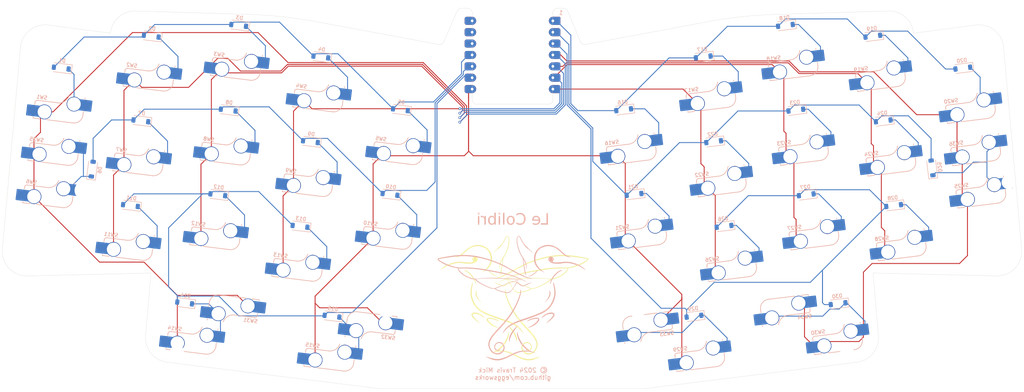
<source format=kicad_pcb>
(kicad_pcb (version 20240108) (generator "pcbnew") (generator_version "8.0")
  (layers (0 "F.Cu" signal) (31 "B.Cu" signal) (34 "B.Paste" user) (35 "F.Paste" user) (36 "B.SilkS" user "B.Silkscreen") (37 "F.SilkS" user "F.Silkscreen") (38 "B.Mask" user) (39 "F.Mask" user) (44 "Edge.Cuts" user))
  (net 0 "")
  (net 1 "Net-(D1-K)")
  (net 2 "R1")
  (net 3 "Net-(D2-K)")
  (net 4 "Net-(D3-K)")
  (net 5 "Net-(D4-K)")
  (net 6 "Net-(D5-K)")
  (net 7 "Net-(D6-K)")
  (net 8 "R2")
  (net 9 "Net-(D7-K)")
  (net 10 "Net-(D8-K)")
  (net 11 "Net-(D9-K)")
  (net 12 "Net-(D10-K)")
  (net 13 "R3")
  (net 14 "Net-(D11-K)")
  (net 15 "Net-(D12-K)")
  (net 16 "Net-(D13-K)")
  (net 17 "Net-(D14-K)")
  (net 18 "Net-(D15-K)")
  (net 19 "R4")
  (net 20 "Net-(D16-K)")
  (net 21 "Net-(D17-K)")
  (net 22 "Net-(D18-K)")
  (net 23 "Net-(D19-K)")
  (net 24 "Net-(D20-K)")
  (net 25 "Net-(D21-K)")
  (net 26 "R5")
  (net 27 "Net-(D22-K)")
  (net 28 "Net-(D23-K)")
  (net 29 "Net-(D24-K)")
  (net 30 "Net-(D25-K)")
  (net 31 "Net-(D26-K)")
  (net 32 "R6")
  (net 33 "Net-(D27-K)")
  (net 34 "Net-(D28-K)")
  (net 35 "Net-(D29-K)")
  (net 36 "Net-(D30-K)")
  (net 37 "C1")
  (net 38 "C2")
  (net 39 "C3")
  (net 40 "C4")
  (net 41 "C5")
  (net 46 "GND")
  (footprint "PCM_marbastlib-mx:STAB_MX_2u" (layer "F.Cu") (at 88.730475 115.416724 173)
    (property "Reference" "REF**" (hide yes))
    (property "Value" "STAB_MX_2u")
  )
  (footprint "PCM_marbastlib-mx:STAB_MX_2u" (layer "F.Cu") (at 191.533652 118.028546 -173)
    (property "Reference" "REF**" (hide yes))
    (property "Value" "STAB_MX_2u")
  )
  (footprint "PCM_marbastlib-mx:STAB_MX_2u" (layer "F.Cu") (at 110.001981 118.028536 173)
    (property "Reference" "REF**" (hide yes))
    (property "Value" "STAB_MX_2u")
  )
  (footprint "PCM_marbastlib-mx:STAB_MX_2u" (layer "F.Cu") (at 212.805154 115.416724 -173)
    (property "Reference" "REF**" (hide yes))
    (property "Value" "STAB_MX_2u")
  )
  (footprint "PCM_marbastlib-mx:STAB_MX_2u" (layer "F.Cu") (at 253.068446 72.08689 -83)
    (property "Reference" "REF**" (hide yes))
    (property "Value" "STAB_MX_2u")
  )
  (footprint "LOGO" (layer "F.Cu") (at 150.987905 108.196071)
    (property "Reference" "G***" (hide yes))
    (property "Value" "LOGO" (hide yes))
  )
  (footprint "PCM_marbastlib-mx:STAB_MX_2u" (layer "F.Cu") (at 48.467192 72.086893 83)
    (property "Reference" "REF**" (hide yes))
    (property "Value" "STAB_MX_2u")
  )
  (footprint "Library:SW_MX_HS_CPG151101S11_1u" (layer "B.Cu") (at 196.344435 79.051727 7)
    (property "Reference" "SW22")
    (property "Value" "CPG151101S11")
  )
  (footprint "Library:D_SOD-123" (layer "B.Cu") (at 193.403724 55.101591 -173)
    (property "Reference" "D17")
    (property "Value" "1N4148")
  )
  (footprint "Library:D_SOD-123" (layer "B.Cu") (at 108.131905 55.101582 173)
    (property "Reference" "D4")
    (property "Value" "1N4148")
  )
  (footprint "Library:D_SOD-123" (layer "B.Cu") (at 70.315903 50.458367 173)
    (property "Reference" "D2")
    (property "Value" "1N4148")
  )
  (footprint "Library:D_SOD-123" (layer "B.Cu") (at 50.247091 57.590757 173)
    (property "Reference" "D1")
    (property "Value" "1N4148")
  )
  (footprint "Library:D_SOD-123" (layer "B.Cu") (at 211.731327 48.052973 -173)
    (property "Reference" "D18")
    (property "Value" "1N4148")
  )
  (footprint "Library:D_SOD-123" (layer "B.Cu") (at 198.04695 92.917597 -173)
    (property "Reference" "D26")
    (property "Value" "1N4148")
  )
  (footprint "LOGO" (layer "B.Cu") (at 150.987905 108.196071 180)
    (property "Reference" "G***" (hide yes))
    (property "Value" "LOGO" (hide yes))
  )
  (footprint "Library:SW_MX_HS_CPG151101S11_1u" (layer "B.Cu") (at 176.275621 71.919339 7)
    (property "Reference" "SW16")
    (property "Value" "CPG151101S11")
  )
  (footprint "Library:SW_MX_HS_CPG151101S11_1u" (layer "B.Cu") (at 49.628 62.632888 -7)
    (property "Reference" "SW1")
    (property "Value" "CPG151101S11")
  )
  (footprint "Library:D_SOD-123" (layer "B.Cu") (at 191.342192 112.986402 -173)
    (property "Reference" "D29")
    (property "Value" "1N4148")
  )
  (footprint "Library:SW_MX_HS_CPG151101S11_1u" (layer "B.Cu") (at 86.863597 72.003115 -7)
    (property "Reference" "SW8")
    (property "Value" "CPG151101S11")
  )
  (footprint "Library:D_SOD-123" (layer "B.Cu") (at 123.557499 85.785212 173)
    (property "Reference" "D10")
    (property "Value" "1N4148")
  )
  (footprint "Library:SW_MX_HS_CPG151101S11_1u" (layer "B.Cu") (at 105.191198 79.051726 -7)
    (property "Reference" "SW9")
    (property "Value" "CPG151101S11")
  )
  (footprint "Library:D_SOD-123" (layer "B.Cu") (at 65.672677 88.274373 173)
    (property "Reference" "D11")
    (property "Value" "1N4148")
  )
  (footprint "Library:D_SOD-123" (layer "B.Cu") (at 89.804308 48.052976 173)
    (property "Reference" "D3")
    (property "Value" "1N4148")
  )
  (footprint "Library:SW_MX_HS_CPG151101S11_1u" (layer "B.Cu") (at 48.467192 72.086886 -7)
    (property "Reference" "SW35")
    (property "Value" "CPG151101S11")
  )
  (footprint "Library:D_SOD-123" (layer "B.Cu") (at 87.482697 66.960981 173)
    (property "Reference" "D8")
    (property "Value" "1N4148")
  )
  (footprint "Library:SW_MX_HS_CPG151101S11_1u" (layer "B.Cu") (at 212.350424 53.095109 7)
    (property "Reference" "SW18")
    (property "Value" "CPG151101S11")
  )
  (footprint "Library:SW_MX_HS_CPG151101S11_1u" (layer "B.Cu") (at 67.375191 74.4085 -7)
    (property "Reference" "SW7")
    (property "Value" "CPG151101S11")
  )
  (footprint "Library:SW_MX_HS_CPG151101S11_1u" (layer "B.Cu") (at 88.730475 115.416724 173)
    (property "Reference" "SW31")
    (property "Value" "CPG151101S11")
  )
  (footprint "Library:SW_MX_HS_CPG151101S11_1u" (layer "B.Cu") (at 216.993648 90.911119 7)
    (property "Reference" "SW27")
    (property "Value" "CPG151101S11")
  )
  (footprint "Library:D_SOD-123" (layer "B.Cu") (at 105.810295 74.009594 173)
    (property "Reference" "D9")
    (property "Value" "1N4148")
  )
  (footprint "Library:D_SOD-123" (layer "B.Cu") (at 251.288541 57.590762 -173)
    (property "Reference" "D20")
    (property "Value" "1N4148")
  )
  (footprint "Library:SW_MX_HS_CPG151101S11_1u" (layer "B.Cu") (at 89.185212 53.095107 -7)
    (property "Reference" "SW3")
    (property "Value" "CPG151101S11")
  )
  (footprint "Library:D_SOD-123" (layer "B.Cu") (at 110.621073 112.986405 173)
    (property "Reference" "D15")
    (property "Value" "1N4148")
  )
  (footprint "Library:SW_MX_HS_CPG151101S11_1u" (layer "B.Cu") (at 122.938399 90.827339 -7)
    (property "Reference" "SW10")
    (property "Value" "CPG151101S11")
  )
  (footprint "Library:D_SOD-123" (layer "B.Cu") (at 177.978136 85.785202 -173)
    (property "Reference" "D21")
    (property "Value" "1N4148")
  )
  (footprint "Library:SW_MX_HS_CPG151101S11_1u" (layer "B.Cu") (at 182.079654 119.189346 -173)
    (property "Reference" "SW33")
    (property "Value" "CPG151101S11")
  )
  (footprint "Library:D_SOD-123" (layer "B.Cu") (at 103.488689 92.917593 173)
    (property "Reference" "D13")
    (property "Value" "1N4148")
  )
  (footprint "Library:D_SOD-123" (layer "B.Cu") (at 233.541341 69.366364 -173)
    (property "Reference" "D24")
    (property "Value" "1N4148")
  )
  (footprint "Library:D_SOD-123" (layer "B.Cu") (at 235.862954 88.274378 -173)
    (property "Reference" "D28")
    (property "Value" "1N4148")
  )
  (footprint "Library:SW_MX_HS_CPG151101S11_1u" (layer "B.Cu") (at 107.512811 60.143723 -7)
    (property "Reference" "SW4")
    (property "Value" "CPG151101S11")
  )
  (footprint "Library:SW_MX_HS_CPG151101S11_1u" (layer "B.Cu") (at 79.276475 114.255917 -7)
    (property "Reference" "SW14")
    (property "Value" "CPG151101S11")
  )
  (footprint "Library:SW_MX_HS_CPG151101S11_1u" (layer "B.Cu") (at 191.533652 118.028546 7)
    (property "Reference" "SW29")
    (property "Value" "CPG151101S11")
  )
  (footprint "Library:SW_MX_HS_CPG151101S11_1u" (layer "B.Cu") (at 234.160443 74.40851 7)
    (property "Reference" "SW24")
    (property "Value" "CPG151101S11")
  )
  (footprint "Library:D_SOD-123" (layer "B.Cu") (at 231.219738 50.45836 -173)
    (property "Reference" "D19")
    (property "Value" "1N4148")
  )
  (footprint "Library:D_SOD-123" (layer "B.Cu") (at 223.489067 110.186893 -173)
    (property "Reference" "D30")
    (property "Value" "1N4148")
  )
  (footprint "Library:D_SOD-123" (layer "B.Cu") (at 214.052941 66.96098 -173)
    (property "Reference" "D23")
    (property "Value" "1N4148")
  )
  (footprint "Library:SW_MX_HS_CPG151101S11_1u" (layer "B.Cu") (at 102.869592 97.959724 -7)
    (property "Reference" "SW13")
    (property "Value" "CPG151101S11")
  )
  (footprint "Library:D_SOD-123" (layer "B.Cu") (at 85.161083 85.868983 173)
    (property "Reference" "D12")
    (property "Value" "1N4148")
  )
  (footprint "Library:SW_MX_HS_CPG151101S11_1u" (layer "B.Cu") (at 212.805156 115.416725 -173)
    (property "Reference" "SW34")
    (property "Value" "CPG151101S11")
  )
  (footprint "Library:D_SOD-123" (layer "B.Cu") (at 125.879103 66.877199 173)
    (property "Reference" "D5")
    (property "Value" "1N4148")
  )
  (footprint "Library:SW_MX_HS_CPG151101S11_1u" (layer "B.Cu") (at 236.482054 93.316504 7)
    (property "Reference" "SW28")
    (property "Value" "CPG151101S11")
  )
  (footprint "Library:SW_MX_HS_CPG151101S11_1u" (layer "B.Cu") (at 254.22925 81.540893 7)
    (property "Reference" "SW25")
    (property "Value" "CPG151101S11")
  )
  (footprint "Library:SW_MX_HS_CPG151101S11_1u" (layer "B.Cu") (at 194.022825 60.143724 7)
    (property "Reference" "SW17")
    (property "Value" "CPG151101S11")
  )
  (footprint "Library:SW_MX_HS_CPG151101S11_1u" (layer "B.Cu") (at 222.259159 114.255927 7)
    (property "Reference" "SW30")
    (property "Value" "CPG151101S11")
  )
  (footprint "Library:D_SOD-123" (layer "B.Cu") (at 244.427495 79.869487 97)
    (property "Reference" "D25")
    (property "Value" "1N4148")
  )
  (footprint "Library:SW_MX_HS_CPG151101S11_1u" (layer "B.Cu") (at 231.838831 55.500501 7)
    (property "Reference" "SW19")
    (property "Value" "CPG151101S11")
  )
  (footprint "Library:D_SOD-123" (layer "B.Cu") (at 175.656524 66.877201 -173)
    (property "Reference" "D16")
    (property "Value" "1N4148")
  )
  (footprint "Library:D_SOD-123" (layer "B.Cu") (at 67.994289 69.366371 173)
    (property "Reference" "D7")
    (property "Value" "1N4148")
  )
  (footprint "Library:SW_MX_HS_CPG151101S11_1u" (layer "B.Cu") (at 214.672039 72.003114 7)
    (property "Reference" "SW23")
    (property "Value" "CPG151101S11")
  )
  (footprint "PCM_marbastlib-xp-promicroish:Xiao_rp2040_ACH" (layer "B.Cu") (at 150.877905 54.651074 180)
    (property "Reference" "U1" (hide yes))
    (property "Value" "Seeeduino Xiao rp2040")
  )
  (footprint "Library:SW_MX_HS_CPG151101S11_1u" (layer "B.Cu") (at 178.597231 90.827334 7)
    (property "Reference" "SW21")
    (property "Value" "CPG151101S11")
  )
  (footprint "Library:SW_MX_HS_CPG151101S11_1u" (layer "B.Cu") (at 198.666047 97.959726 7)
    (property "Reference" "SW26")
    (property "Value" "CPG151101S11")
  )
  (footprint "Library:D_SOD-123" (layer "B.Cu") (at 216.374546 85.868982 -173)
    (property "Reference" "D27")
    (property "Value" "1N4148")
  )
  (footprint "Library:SW_MX_HS_CPG151101S11_1u" (layer "B.Cu") (at 110.001981 118.028536 -7)
    (property "Reference" "SW15")
    (property "Value" "CPG151101S11")
  )
  (footprint "Library:SW_MX_HS_CPG151101S11_1u" (layer "B.Cu") (at 65.053584 93.316508 -7)
    (property "Reference" "SW11")
    (property "Value" "CPG151101S11")
  )
  (footprint "Library:SW_MX_HS_CPG151101S11_1u" (layer "B.Cu") (at 47.306381 81.54089 -7)
    (property "Reference" "SW6")
    (property "Value" "CPG151101S11")
  )
  (footprint "Library:SW_MX_HS_CPG151101S11_1u" (layer "B.Cu") (at 69.696805 55.500504 -7)
    (property "Reference" "SW2")
    (property "Value" "CPG151101S11")
  )
  (footprint "Library:SW_MX_HS_CPG151101S11_1u" (layer "B.Cu") (at 125.26001 71.919338 -7)
    (property "Reference" "SW5")
    (property "Value" "CPG151101S11")
  )
  (footprint "Library:D_SOD-123" (layer "B.Cu") (at 57.158216 80.139137 83)
    (property "Reference" "D6")
    (property "Value" "1N4148")
  )
  (footprint "Library:SW_MX_HS_CPG151101S11_1u" (layer "B.Cu") (at 84.541993 90.91112 -7)
    (property "Reference" "SW12")
    (property "Value" "CPG151101S11")
  )
  (footprint "Library:SW_MX_HS_CPG151101S11_1u" (layer "B.Cu") (at 251.907633 62.632889 7)
    (property "Reference" "SW20")
    (property "Value" "CPG151101S11")
  )
  (footprint "Library:SW_MX_HS_CPG151101S11_1u" (layer "B.Cu") (at 253.068446 72.08689 7)
    (property "Reference" "SW36")
    (property "Value" "CPG151101S11")
  )
  (footprint "Library:SW_MX_HS_CPG151101S11_1u" (layer "B.Cu") (at 119.455987 119.189343 173)
    (property "Reference" "SW32")
    (property "Value" "CPG151101S11")
  )
  (footprint "Library:D_SOD-123" (layer "B.Cu") (at 195.725339 74.009597 -173)
    (property "Reference" "D22")
    (property "Value" "1N4148")
  )
  (footprint "Library:D_SOD-123" (layer "B.Cu") (at 77.76341 110.025056 173)
    (property "Reference" "D14")
    (property "Value" "1N4148")
  )
  (gr_arc (start 264.421849 97.991724) (mid 262.95943 102.242086) (end 258.815007 103.98226) (stroke (width 0.05)) (layer "Edge.Cuts"))
  (gr_arc (start 162.272577 44.239113) (mid 162.829519 44.408016) (end 163.198096 44.858412) (stroke (width 0.05)) (layer "Edge.Cuts"))
  (gr_arc (start 42.720797 103.982258) (mid 38.57635 102.242127) (end 37.113954 97.991722) (stroke (width 0.05)) (layer "Edge.Cuts"))
  (gr_arc (start 159.877904 64.651075) (mid 159.585014 65.358203) (end 158.877898 65.651068) (stroke (width 0.05)) (layer "Edge.Cuts"))
  (gr_line (start 264.421849 97.991724) (end 260.375161 52.939616) (stroke (width 0.05)) (layer "Edge.Cuts"))
  (gr_line (start 258.815007 103.98226) (end 231.272908 103.336612) (stroke (width 0.05)) (layer "Edge.Cuts"))
  (gr_arc (start 167.123938 52.305902) (mid 166.463185 52.201264) (end 166.016232 51.703478) (stroke (width 0.05)) (layer "Edge.Cuts"))
  (gr_arc (start 234.67711 44.832835) (mid 238.323713 46.069756) (end 240.265336 49.395056) (stroke (width 0.05)) (layer "Edge.Cuts"))
  (gr_arc (start 91.972058 45.601751) (mid 99.611439 46.128981) (end 107.18808 47.23922) (stroke (width 0.05)) (layer "Edge.Cuts"))
  (gr_line (start 150.767903 129.116615) (end 180.642906 129.116608) (stroke (width 0.05)) (layer "Edge.Cuts"))
  (gr_line (start 139.466907 44.239109) (end 140.878715 44.240254) (stroke (width 0.05)) (layer "Edge.Cuts"))
  (gr_arc (start 73.849553 123.251933) (mid 70.25373 121.253161) (end 69.050506 117.319069) (stroke (width 0.05)) (layer "Edge.Cuts"))
  (gr_arc (start 135.529018 51.727771) (mid 135.080962 52.210056) (end 134.430201 52.309308) (stroke (width 0.05)) (layer "Edge.Cuts"))
  (gr_line (start 240.265336 49.395056) (end 240.332901 49.78661) (stroke (width 0.05)) (layer "Edge.Cuts"))
  (gr_line (start 138.550271 44.837536) (end 135.529018 51.727771) (stroke (width 0.05)) (layer "Edge.Cuts"))
  (gr_line (start 159.877897 45.240252) (end 159.877904 64.651075) (stroke (width 0.05)) (layer "Edge.Cuts"))
  (gr_line (start 66.858687 44.832834) (end 91.972058 45.601751) (stroke (width 0.05)) (layer "Edge.Cuts"))
  (gr_line (start 47.350672 47.977951) (end 61.202898 49.786614) (stroke (width 0.05)) (layer "Edge.Cuts"))
  (gr_line (start 120.8929 129.116612) (end 73.849553 123.251933) (stroke (width 0.05)) (layer "Edge.Cuts"))
  (gr_line (start 163.198096 44.858412) (end 166.016232 51.703478) (stroke (width 0.05)) (layer "Edge.Cuts"))
  (gr_line (start 160.877085 44.240251) (end 162.272577 44.239113) (stroke (width 0.05)) (layer "Edge.Cuts"))
  (gr_arc (start 61.270459 49.395058) (mid 63.21211 46.069772) (end 66.858686 44.832835) (stroke (width 0.05)) (layer "Edge.Cuts"))
  (gr_line (start 240.332901 49.78661) (end 254.185133 47.977946) (stroke (width 0.05)) (layer "Edge.Cuts"))
  (gr_line (start 41.160643 52.93961) (end 37.113954 97.991722) (stroke (width 0.05)) (layer "Edge.Cuts"))
  (gr_arc (start 194.347724 47.239226) (mid 201.924362 46.128989) (end 209.56374 45.601755) (stroke (width 0.05)) (layer "Edge.Cuts"))
  (gr_line (start 61.202898 49.786614) (end 61.270459 49.395058) (stroke (width 0.05)) (layer "Edge.Cuts"))
  (gr_arc (start 138.550271 44.837536) (mid 138.919432 44.401761) (end 139.466907 44.239109) (stroke (width 0.05)) (layer "Edge.Cuts"))
  (gr_arc (start 41.160643 52.93961) (mid 43.198693 49.14014) (end 47.350672 47.977951) (stroke (width 0.05)) (layer "Edge.Cuts"))
  (gr_arc (start 232.485292 117.319072) (mid 231.282055 121.253173) (end 227.686246 123.25194) (stroke (width 0.05)) (layer "Edge.Cuts"))
  (gr_line (start 167.123938 52.305902) (end 194.34327 47.239219) (stroke (width 0.05)) (layer "Edge.Cuts"))
  (gr_line (start 231.272908 103.336612) (end 232.485292 117.319072) (stroke (width 0.05)) (layer "Edge.Cuts"))
  (gr_arc (start 142.877904 65.651066) (mid 142.170782 65.358184) (end 141.877901 64.651066) (stroke (width 0.05)) (layer "Edge.Cuts"))
  (gr_line (start 141.877901 45.240259) (end 141.877901 64.651066) (stroke (width 0.05)) (layer "Edge.Cuts"))
  (gr_line (start 107.192532 47.239208) (end 134.430201 52.309308) (stroke (width 0.05)) (layer "Edge.Cuts"))
  (gr_line (start 120.8929 129.116612) (end 150.767903 129.116615) (stroke (width 0.05)) (layer "Edge.Cuts"))
  (gr_arc (start 254.185133 47.977946) (mid 258.337128 49.140122) (end 260.375161 52.939616) (stroke (width 0.05)) (layer "Edge.Cuts"))
  (gr_line (start 70.262898 103.336615) (end 42.720797 103.982258) (stroke (width 0.05)) (layer "Edge.Cuts"))
  (gr_line (start 142.877904 65.651066) (end 158.877898 65.651068) (stroke (width 0.05)) (layer "Edge.Cuts"))
  (gr_line (start 227.686246 123.25194) (end 180.642906 129.116608) (stroke (width 0.05)) (layer "Edge.Cuts"))
  (gr_arc (start 159.877897 45.240252) (mid 160.170517 44.533465) (end 160.877085 44.240251) (stroke (width 0.05)) (layer "Edge.Cuts"))
  (gr_arc (start 140.878715 44.240254) (mid 141.585288 44.533447) (end 141.877901 45.240259) (stroke (width 0.05)) (layer "Edge.Cuts"))
  (gr_line (start 209.56374 45.601755) (end 234.677109 44.832835) (stroke (width 0.05)) (layer "Edge.Cuts"))
  (gr_line (start 69.050506 117.319069) (end 70.262898 103.336615) (stroke (width 0.05)) (layer "Edge.Cuts"))
  (gr_text "Le Colibri" (at 150.987905 92.95607 0) (layer "B.SilkS") (effects (font (size 2.5 2.5)) (justify bottom mirror)))
  (gr_text "© 2024 Travis Mick\ngithub.com/eggsworks" (at 150.987902 127.24607 0) (layer "B.SilkS") (effects (font (size 1 1)) (justify bottom mirror)))
  (segment (start 53.100053 65.618276) (end 53.100053 59.007104) (width 0.2) (layer "B.Cu") (net 1))
  (segment (start 56.21416 66.000643) (end 53.48242 66.000643) (width 0.2) (layer "B.Cu") (net 1))
  (segment (start 53.100053 59.007104) (end 51.884789 57.79184) (width 0.2) (layer "B.Cu") (net 1))
  (segment (start 139.507905 56.226067) (end 141.082901 54.651073) (width 0.2) (layer "B.Cu") (net 2))
  (segment (start 68.678197 50.25728) (end 71.083589 47.851893) (width 0.2) (layer "B.Cu") (net 2))
  (segment (start 125.766459 65.151072) (end 133.246527 65.151069) (width 0.2) (layer "B.Cu") (net 2))
  (segment (start 68.284417 50.651065) (end 68.678197 50.25728) (width 0.2) (layer "B.Cu") (net 2))
  (segment (start 88.166604 47.85189) (end 88.690088 47.328412) (width 0.2) (layer "B.Cu") (net 2))
  (segment (start 124.241407 66.676114) (end 125.766459 65.151072) (width 0.2) (layer "B.Cu") (net 2))
  (segment (start 106.49421 54.900503) (end 107.017683 54.377021) (width 0.2) (layer "B.Cu") (net 2))
  (segment (start 88.690088 47.328412) (end 98.922115 47.328416) (width 0.2) (layer "B.Cu") (net 2))
  (segment (start 55.347994 50.651075) (end 68.284417 50.651065) (width 0.2) (layer "B.Cu") (net 2))
  (segment (start 71.083589 47.851893) (end 88.166604 47.85189) (width 0.2) (layer "B.Cu") (net 2))
  (segment (start 48.60939 57.389673) (end 55.347994 50.651075) (width 0.2) (layer "B.Cu") (net 2))
  (segment (start 111.942312 54.377023) (end 124.241407 66.676114) (width 0.2) (layer "B.Cu") (net 2))
  (segment (start 139.507904 58.889694) (end 139.507905 56.226067) (width 0.2) (layer "B.Cu") (net 2))
  (segment (start 98.922115 47.328416) (end 106.49421 54.900503) (width 0.2) (layer "B.Cu") (net 2))
  (segment (start 133.246527 65.151069) (end 139.507904 58.889694) (width 0.2) (layer "B.Cu") (net 2))
  (segment (start 107.017683 54.377021) (end 111.942312 54.377023) (width 0.2) (layer "B.Cu") (net 2))
  (segment (start 76.282978 58.868252) (end 76.282974 54.988819) (width 0.2) (layer "B.Cu") (net 3))
  (segment (start 76.282974 54.988819) (end 71.953602 50.659448) (width 0.2) (layer "B.Cu") (net 3))
  (segment (start 95.771379 56.462867) (end 95.771383 52.58343) (width 0.2) (layer "B.Cu") (net 4))
  (segment (start 95.771383 52.58343) (end 91.442012 48.254059) (width 0.2) (layer "B.Cu") (net 4))
  (segment (start 114.098973 63.511477) (end 114.098976 59.632043) (width 0.2) (layer "B.Cu") (net 5))
  (segment (start 114.098976 59.632043) (end 109.769607 55.302671) (width 0.2) (layer "B.Cu") (net 5))
  (segment (start 131.846176 75.287082) (end 131.846175 71.40765) (width 0.2) (layer "B.Cu") (net 6))
  (segment (start 131.846175 71.40765) (end 127.51681 67.078287) (width 0.2) (layer "B.Cu") (net 6))
  (segment (start 54.721798 81.776836) (end 55.188221 81.776836) (width 0.2) (layer "B.Cu") (net 7))
  (segment (start 55.188221 81.776836) (end 56.957132 81.776836) (width 0.2) (layer "B.Cu") (net 7))
  (segment (start 51.939242 75.072276) (end 54.670994 75.072276) (width 0.2) (layer "B.Cu") (net 7))
  (segment (start 52.589828 84.375229) (end 52.589828 83.908806) (width 0.2) (layer "B.Cu") (net 7))
  (segment (start 55.188221 75.589503) (end 55.188221 81.776836) (width 0.2) (layer "B.Cu") (net 7))
  (segment (start 52.589828 83.908806) (end 54.721798 81.776836) (width 0.2) (layer "B.Cu") (net 7))
  (segment (start 109.620701 73.28503) (end 121.919799 85.584116) (width 0.2) (layer "B.Cu") (net 8))
  (segment (start 85.844997 66.759893) (end 86.368476 66.236416) (width 0.2) (layer "B.Cu") (net 8))
  (segment (start 139.907904 58.366071) (end 141.0829 57.191071) (width 0.2) (layer "B.Cu") (net 8))
  (segment (start 86.368476 66.236416) (end 96.600509 66.23641) (width 0.2) (layer "B.Cu") (net 8))
  (segment (start 139.907898 59.055384) (end 139.907904 58.366071) (width 0.2) (layer "B.Cu") (net 8))
  (segment (start 122.602851 84.90107) (end 131.737899 84.901069) (width 0.2) (layer "B.Cu") (net 8))
  (segment (start 131.737899 84.901069) (end 133.627898 83.011065) (width 0.2) (layer "B.Cu") (net 8))
  (segment (start 133.627902 65.335385) (end 139.907898 59.055384) (width 0.2) (layer "B.Cu") (net 8))
  (segment (start 66.356585 69.165286) (end 68.761981 66.759894) (width 0.2) (layer "B.Cu") (net 8))
  (segment (start 68.761981 66.759894) (end 85.844997 66.759893) (width 0.2) (layer "B.Cu") (net 8))
  (segment (start 133.627898 83.011065) (end 133.627902 65.335385) (width 0.2) (layer "B.Cu") (net 8))
  (segment (start 96.600509 66.23641) (end 104.172598 73.808512) (width 0.2) (layer "B.Cu") (net 8))
  (segment (start 57.3593 73.279166) (end 61.473179 69.165287) (width 0.2) (layer "B.Cu") (net 8))
  (segment (start 61.473179 69.165287) (end 66.35659 69.165287) (width 0.2) (layer "B.Cu") (net 8))
  (segment (start 121.919799 85.584116) (end 122.602851 84.90107) (width 0.2) (layer "B.Cu") (net 8))
  (segment (start 57.3593 78.501438) (end 57.3593 73.279166) (width 0.2) (layer "B.Cu") (net 8))
  (segment (start 104.696078 73.285029) (end 109.620701 73.28503) (width 0.2) (layer "B.Cu") (net 8))
  (segment (start 104.172598 73.808512) (end 104.696078 73.285029) (width 0.2) (layer "B.Cu") (net 8))
  (segment (start 73.961356 73.896822) (end 69.631995 69.567453) (width 0.2) (layer "B.Cu") (net 9))
  (segment (start 73.961356 77.776255) (end 73.961356 73.896822) (width 0.2) (layer "B.Cu") (net 9))
  (segment (start 93.449766 71.491427) (end 89.120398 67.162064) (width 0.2) (layer "B.Cu") (net 10))
  (segment (start 93.449767 75.370865) (end 93.449766 71.491427) (width 0.2) (layer "B.Cu") (net 10))
  (segment (start 111.77737 78.540039) (end 107.448001 74.210683) (width 0.2) (layer "B.Cu") (net 11))
  (segment (start 111.777371 82.419481) (end 111.77737 78.540039) (width 0.2) (layer "B.Cu") (net 11))
  (segment (start 129.524566 94.195099) (end 129.524561 90.31566) (width 0.2) (layer "B.Cu") (net 12))
  (segment (start 129.524561 90.31566) (end 125.195198 85.986289) (width 0.2) (layer "B.Cu") (net 12))
  (segment (start 85.402918 108.489221) (end 81.967713 108.489225) (width 0.2) (layer "B.Cu") (net 13))
  (segment (start 81.967713 108.489225) (end 78.954035 108.489227) (width 0.2) (layer "B.Cu") (net 13))
  (segment (start 94.278897 85.144417) (end 101.85099 92.716515) (width 0.2) (layer "B.Cu") (net 13))
  (segment (start 74.191535 106.453181) (end 74.191535 93.249259) (width 0.2) (layer "B.Cu") (net 13))
  (segment (start 64.034978 88.073295) (end 66.440367 85.667901) (width 0.2) (layer "B.Cu") (net 13))
  (segment (start 109.617632 112.151065) (end 108.983379 112.785316) (width 0.2) (layer "B.Cu") (net 13))
  (segment (start 108.867625 112.901068) (end 89.814757 112.901066) (width 0.2) (layer "B.Cu") (net 13))
  (segment (start 134.0279 65.501065) (end 134.027902 93.251066) (width 0.2) (layer "B.Cu") (net 13))
  (segment (start 81.772899 85.667895) (end 83.523386 85.667895) (width 0.2) (layer "B.Cu") (net 13))
  (segment (start 84.046867 85.144414) (end 94.278897 85.144417) (width 0.2) (layer "B.Cu") (net 13))
  (segment (start 78.954035 108.489227) (end 76.227581 108.489227) (width 0.2) (layer "B.Cu") (net 13))
  (segment (start 83.523386 85.667895) (end 84.046867 85.144414) (width 0.2) (layer "B.Cu") (net 13))
  (segment (start 76.227581 108.489227) (end 76.125711 108.387357) (width 0.2) (layer "B.Cu") (net 13))
  (segment (start 66.440367 85.667901) (end 83.523386 85.667895) (width 0.2) (layer "B.Cu") (net 13))
  (segment (start 89.814757 112.901066) (end 85.402918 108.489221) (width 0.2) (layer "B.Cu") (net 13))
  (segment (start 76.125711 108.387357) (end 74.191535 106.453181) (width 0.2) (layer "B.Cu") (net 13))
  (segment (start 76.125711 109.823972) (end 76.125711 108.387357) (width 0.2) (layer "B.Cu") (net 13))
  (segment (start 134.027902 93.251066) (end 115.127903 112.151071) (width 0.2) (layer "B.Cu") (net 13))
  (segment (start 74.191535 93.249259) (end 81.772899 85.667895) (width 0.2) (layer "B.Cu") (net 13))
  (segment (start 140.377901 59.151074) (end 134.0279 65.501065) (width 0.2) (layer "B.Cu") (net 13))
  (segment (start 115.127903 112.151071) (end 109.617632 112.151065) (width 0.2) (layer "B.Cu") (net 13))
  (segment (start 71.639753 96.684265) (end 71.639752 92.804823) (width 0.2) (layer "B.Cu") (net 14))
  (segment (start 71.639752 92.804823) (end 67.310379 88.475458) (width 0.2) (layer "B.Cu") (net 14))
  (segment (start 91.128158 94.278868) (end 91.128153 90.399434) (width 0.2) (layer "B.Cu") (net 15))
  (segment (start 91.128153 90.399434) (end 86.798783 86.070067) (width 0.2) (layer "B.Cu") (net 15))
  (segment (start 109.455755 97.448054) (end 105.126381 93.118684) (width 0.2) (layer "B.Cu") (net 16))
  (segment (start 109.455755 101.327484) (end 109.455755 97.448054) (width 0.2) (layer "B.Cu") (net 16))
  (segment (start 83.138935 110.22614) (end 79.401109 110.22614) (width 0.2) (layer "B.Cu") (net 17))
  (segment (start 85.750754 117.511789) (end 85.750758 112.837963) (width 0.2) (layer "B.Cu") (net 17))
  (segment (start 85.750758 112.837963) (end 83.138935 110.22614) (width 0.2) (layer "B.Cu") (net 17))
  (segment (start 116.588152 117.516862) (end 112.258783 113.18749) (width 0.2) (layer "B.Cu") (net 18))
  (segment (start 116.588152 121.396292) (end 116.588152 117.516862) (width 0.2) (layer "B.Cu") (net 18))
  (segment (start 238.991029 49.331633) (end 230.909852 49.331631) (width 0.2) (layer "B.Cu") (net 19))
  (segment (start 229.582037 50.659445) (end 225.523655 46.601067) (width 0.2) (layer "B.Cu") (net 19))
  (segment (start 198.814639 48.254058) (end 191.766027 55.302674) (width 0.2) (layer "B.Cu") (net 19))
  (segment (start 163.877905 65.519699) (end 163.877901 50.236073) (width 0.2) (layer "B.Cu") (net 19))
  (segment (start 191.766027 55.302674) (end 185.794438 55.302669) (width 0.2) (layer "B.Cu") (net 19))
  (segment (start 185.794438 55.302669) (end 174.01883 67.078284) (width 0.2) (layer "B.Cu") (net 19))
  (segment (start 249.650843 57.791839) (end 247.451238 57.791846) (width 0.2) (layer "B.Cu") (net 19))
  (segment (start 230.909852 49.331631) (end 229.582037 50.659445) (width 0.2) (layer "B.Cu") (net 19))
  (segment (start 163.877901 50.236073) (end 160.672906 47.031074) (width 0.2) (layer "B.Cu") (net 19))
  (segment (start 247.451238 57.791846) (end 238.991029 49.331633) (width 0.2) (layer "B.Cu") (net 19))
  (segment (start 174.01883 67.078284) (end 165.43649 67.078289) (width 0.2) (layer "B.Cu") (net 19))
  (segment (start 225.523655 46.601067) (end 211.746616 46.601069) (width 0.2) (layer "B.Cu") (net 19))
  (segment (start 210.09363 48.254059) (end 198.814639 48.254058) (width 0.2) (layer "B.Cu") (net 19))
  (segment (start 165.43649 67.078289) (end 163.877905 65.519699) (width 0.2) (layer "B.Cu") (net 19))
  (segment (start 211.746616 46.601069) (end 210.09363 48.254059) (width 0.2) (layer "B.Cu") (net 19))
  (segment (start 183.480885 73.593715) (end 183.480886 69.779342) (width 0.2) (layer "B.Cu") (net 20))
  (segment (start 180.377662 66.676119) (end 177.294225 66.676114) (width 0.2) (layer "B.Cu") (net 20))
  (segment (start 183.480886 69.779342) (end 180.377662 66.676119) (width 0.2) (layer "B.Cu") (net 20))
  (segment (start 197.746446 54.900505) (end 195.041429 54.900499) (width 0.2) (layer "B.Cu") (net 21))
  (segment (start 201.228086 61.818101) (end 201.228084 58.382142) (width 0.2) (layer "B.Cu") (net 21))
  (segment (start 201.228084 58.382142) (end 197.746446 54.900505) (width 0.2) (layer "B.Cu") (net 21))
  (segment (start 214.653032 47.851896) (end 213.369022 47.851896) (width 0.2) (layer "B.Cu") (net 22))
  (segment (start 219.555684 54.76949) (end 219.555684 52.75454) (width 0.2) (layer "B.Cu") (net 22))
  (segment (start 219.555684 52.75454) (end 214.653032 47.851896) (width 0.2) (layer "B.Cu") (net 22))
  (segment (start 232.857439 50.257281) (end 233.989257 50.257278) (width 0.2) (layer "B.Cu") (net 23))
  (segment (start 239.044095 55.312121) (end 239.044086 57.17488) (width 0.2) (layer "B.Cu") (net 23))
  (segment (start 233.989257 50.257278) (end 239.044095 55.312121) (width 0.2) (layer "B.Cu") (net 23))
  (segment (start 255.166535 59.629973) (end 255.166535 63.857386) (width 0.2) (layer "B.Cu") (net 24))
  (segment (start 252.926241 57.389679) (end 255.166535 59.629973) (width 0.2) (layer "B.Cu") (net 24))
  (segment (start 180.747661 85.584121) (end 179.61584 85.584122) (width 0.2) (layer "B.Cu") (net 25))
  (segment (start 185.802494 92.501717) (end 185.802495 90.638955) (width 0.2) (layer "B.Cu") (net 25))
  (segment (start 185.802495 90.638955) (end 180.747661 85.584121) (width 0.2) (layer "B.Cu") (net 25))
  (segment (start 176.340432 85.986293) (end 168.767901 78.413753) (width 0.2) (layer "B.Cu") (net 26))
  (segment (start 194.087634 74.210676) (end 201.136245 67.162061) (width 0.2) (layer "B.Cu") (net 26))
  (segment (start 168.767901 70.975385) (end 163.4479 65.655384) (width 0.2) (layer "B.Cu") (net 26))
  (segment (start 168.767901 78.413753) (end 168.767901 70.975385) (width 0.2) (layer "B.Cu") (net 26))
  (segment (start 231.903648 69.567455) (end 233.231464 68.239637) (width 0.2) (layer "B.Cu") (net 26))
  (segment (start 233.231464 68.239637) (end 239.164535 68.239638) (width 0.2) (layer "B.Cu") (net 26))
  (segment (start 201.136245 67.162061) (end 212.415236 67.162065) (width 0.2) (layer "B.Cu") (net 26))
  (segment (start 228.170438 65.834245) (end 231.903648 69.567455) (width 0.2) (layer "B.Cu") (net 26))
  (segment (start 163.447903 52.346067) (end 160.672898 49.571068) (width 0.2) (layer "B.Cu") (net 26))
  (segment (start 188.116054 74.210677) (end 194.087634 74.210676) (width 0.2) (layer "B.Cu") (net 26))
  (segment (start 212.415236 67.162065) (end 213.743052 65.83425) (width 0.2) (layer "B.Cu") (net 26))
  (segment (start 176.340432 85.986293) (end 188.116054 74.210677) (width 0.2) (layer "B.Cu") (net 26))
  (segment (start 244.226412 78.231787) (end 244.226412 73.301515) (width 0.2) (layer "B.Cu") (net 26))
  (segment (start 213.743052 65.83425) (end 228.170438 65.834245) (width 0.2) (layer "B.Cu") (net 26))
  (segment (start 163.4479 65.655384) (end 163.447903 52.346067) (width 0.2) (layer "B.Cu") (net 26))
  (segment (start 244.226412 73.301515) (end 239.164535 68.239638) (width 0.2) (layer "B.Cu") (net 26))
  (segment (start 203.549699 78.863348) (end 198.494853 73.808509) (width 0.2) (layer "B.Cu") (net 27))
  (segment (start 198.494853 73.808509) (end 197.363036 73.808506) (width 0.2) (layer "B.Cu") (net 27))
  (segment (start 203.549697 80.726099) (end 203.549699 78.863348) (width 0.2) (layer "B.Cu") (net 27))
  (segment (start 221.877296 73.677488) (end 221.877297 71.814737) (width 0.2) (layer "B.Cu") (net 28))
  (segment (start 216.822457 66.759895) (end 215.690634 66.759894) (width 0.2) (layer "B.Cu") (net 28))
  (segment (start 221.877297 71.814737) (end 216.822457 66.759895) (width 0.2) (layer "B.Cu") (net 28))
  (segment (start 241.365706 76.082886) (end 241.365705 74.220121) (width 0.2) (layer "B.Cu") (net 29))
  (segment (start 236.310864 69.165281) (end 235.179046 69.165283) (width 0.2) (layer "B.Cu") (net 29))
  (segment (start 241.365705 74.220121) (end 236.310864 69.165281) (width 0.2) (layer "B.Cu") (net 29))
  (segment (start 256.670399 76.221817) (end 258.970991 73.921225) (width 0.2) (layer "B.Cu") (net 30))
  (segment (start 253.642535 78.576681) (end 256.670399 78.576681) (width 0.2) (layer "B.Cu") (net 30))
  (segment (start 244.628578 81.507187) (end 245.200775 80.93499) (width 0.2) (layer "B.Cu") (net 30))
  (segment (start 251.284226 80.93499) (end 253.642535 78.576681) (width 0.2) (layer "B.Cu") (net 30))
  (segment (start 245.200775 80.93499) (end 251.284226 80.93499) (width 0.2) (layer "B.Cu") (net 30))
  (segment (start 256.670399 78.576681) (end 256.670399 76.221817) (width 0.2) (layer "B.Cu") (net 30))
  (segment (start 256.670399 81.947637) (end 256.670399 78.576681) (width 0.2) (layer "B.Cu") (net 30))
  (segment (start 258.320399 83.597637) (end 256.670399 81.947637) (width 0.2) (layer "B.Cu") (net 30))
  (segment (start 200.816464 92.716511) (end 199.684648 92.716515) (width 0.2) (layer "B.Cu") (net 31))
  (segment (start 205.871306 97.771349) (end 200.816464 92.716511) (width 0.2) (layer "B.Cu") (net 31))
  (segment (start 205.871301 99.634113) (end 205.871306 97.771349) (width 0.2) (layer "B.Cu") (net 31))
  (segment (start 168.367896 71.141064) (end 163.047905 65.821069) (width 0.2) (layer "B.Cu") (net 32))
  (segment (start 221.851367 110.387976) (end 220.416093 110.387976) (width 0.2) (layer "B.Cu") (net 32))
  (segment (start 220.416093 110.387976) (end 220.002365 109.974248) (width 0.2) (layer "B.Cu") (net 32))
  (segment (start 230.492047 84.742253) (end 234.225258 88.47546) (width 0.2) (layer "B.Cu") (net 32))
  (segment (start 189.704492 111.57337) (end 189.346803 111.215681) (width 0.2) (layer "B.Cu") (net 32))
  (segment (start 220.002365 109.974248) (end 220.002367 109.414869) (width 0.2) (layer "B.Cu") (net 32))
  (segment (start 163.047903 54.486064) (end 160.672902 52.111066) (width 0.2) (layer "B.Cu") (net 32))
  (segment (start 220.002359 102.698356) (end 220.002365 102.698362) (width 0.2) (layer "B.Cu") (net 32))
  (segment (start 189.346803 111.215681) (end 184.036605 111.215681) (width 0.2) (layer "B.Cu") (net 32))
  (segment (start 203.457861 86.070062) (end 214.73685 86.070068) (width 0.2) (layer "B.Cu") (net 32))
  (segment (start 220.002367 109.414872) (end 220.002359 102.698356) (width 0.2) (layer "B.Cu") (net 32))
  (segment (start 163.047905 65.821069) (end 163.047903 54.486064) (width 0.2) (layer "B.Cu") (net 32))
  (segment (start 184.036605 111.215681) (end 168.367896 95.546972) (width 0.2) (layer "B.Cu") (net 32))
  (segment (start 214.73685 86.070068) (end 216.064663 84.742251) (width 0.2) (layer "B.Cu") (net 32))
  (segment (start 220.002359 102.698356) (end 234.225258 88.47546) (width 0.2) (layer "B.Cu") (net 32))
  (segment (start 189.704492 111.57337) (end 195.853469 105.424393) (width 0.2) (layer "B.Cu") (net 32))
  (segment (start 220.002365 102.698362) (end 220.002365 109.974248) (width 0.2) (layer "B.Cu") (net 32))
  (segment (start 217.276322 105.424393) (end 220.002359 102.698356) (width 0.2) (layer "B.Cu") (net 32))
  (segment (start 196.409246 93.118681) (end 203.457861 86.070062) (width 0.2) (layer "B.Cu") (net 32))
  (segment (start 168.367896 95.546972) (end 168.367896 71.141064) (width 0.2) (layer "B.Cu") (net 32))
  (segment (start 189.704492 113.187485) (end 189.704492 111.57337) (width 0.2) (layer "B.Cu") (net 32))
  (segment (start 216.064663 84.742251) (end 230.492047 84.742253) (width 0.2) (layer "B.Cu") (net 32))
  (segment (start 195.853469 105.424393) (end 217.276322 105.424393) (width 0.2) (layer "B.Cu") (net 32))
  (segment (start 219.144064 85.667898) (end 218.012249 85.667905) (width 0.2) (layer "B.Cu") (net 33))
  (segment (start 224.198914 90.722739) (end 219.144064 85.667898) (width 0.2) (layer "B.Cu") (net 33))
  (segment (start 224.198906 92.5855) (end 224.198914 90.722739) (width 0.2) (layer "B.Cu") (net 33))
  (segment (start 238.632479 88.073289) (end 237.500661 88.073287) (width 0.2) (layer "B.Cu") (net 34))
  (segment (start 243.687313 93.128129) (end 238.632479 88.073289) (width 0.2) (layer "B.Cu") (net 34))
  (segment (start 243.687312 94.990891) (end 243.687313 93.128129) (width 0.2) (layer "B.Cu") (net 34))
  (segment (start 176.917403 116.614714) (end 188.722863 116.614715) (width 0.2) (layer "B.Cu") (net 35))
  (segment (start 188.722863 116.614715) (end 192.552257 112.785318) (width 0.2) (layer "B.Cu") (net 35))
  (segment (start 193.684074 112.78532) (end 192.552256 112.785318) (width 0.2) (layer "B.Cu") (net 35))
  (segment (start 176.177107 117.355013) (end 176.917403 116.614714) (width 0.2) (layer "B.Cu") (net 35))
  (segment (start 198.738909 119.702916) (end 198.738912 117.840158) (width 0.2) (layer "B.Cu") (net 35))
  (segment (start 198.738912 117.840158) (end 193.684074 112.78532) (width 0.2) (layer "B.Cu") (net 35))
  (segment (start 221.654413 111.377518) (end 223.735059 111.377518) (width 0.2) (layer "B.Cu") (net 36))
  (segment (start 220.063537 112.968394) (end 221.654413 111.377518) (width 0.2) (layer "B.Cu") (net 36))
  (segment (start 205.59989 113.742344) (end 206.373838 112.968394) (width 0.2) (layer "B.Cu") (net 36))
  (segment (start 225.382694 109.98581) (end 225.126767 109.98581) (width 0.2) (layer "B.Cu") (net 36))
  (segment (start 229.464422 114.067538) (end 225.382694 109.98581) (width 0.2) (layer "B.Cu") (net 36))
  (segment (start 229.464421 115.930304) (end 229.464422 114.067538) (width 0.2) (layer "B.Cu") (net 36))
  (segment (start 206.373838 112.968394) (end 220.063537 112.968394) (width 0.2) (layer "B.Cu") (net 36))
  (segment (start 223.735059 111.377518) (end 225.126767 109.98581) (width 0.2) (layer "B.Cu") (net 36))
  (segment (start 228.147097 118.63188) (end 221.332912 118.63188) (width 0.2) (layer "F.Cu") (net 37))
  (segment (start 44.166223 73.375368) (end 44.166223 86.273481) (width 0.2) (layer "F.Cu") (net 37))
  (segment (start 94.127906 49.651064) (end 66.127897 49.651065) (width 0.2) (layer "F.Cu") (net 37))
  (segment (start 250.567906 101.211072) (end 231.067895 101.211066) (width 0.2) (layer "F.Cu") (net 37))
  (segment (start 45.616535 71.925056) (end 44.166223 73.375368) (width 0.2) (layer "F.Cu") (net 37))
  (segment (start 89.520807 108.334303) (end 91.870643 110.684139) (width 0.2) (layer "F.Cu") (net 37))
  (segment (start 66.127897 49.651065) (end 48.413488 67.365473) (width 0.2) (layer "F.Cu") (net 37))
  (segment (start 139.127905 69.651068) (end 140.6279 68.151064) (width 0.2) (layer "F.Cu") (net 37))
  (segment (start 229.127906 117.651071) (end 228.147097 118.63188) (width 0.2) (layer "F.Cu") (net 37))
  (segment (start 229.127907 103.151071) (end 229.127906 117.651071) (width 0.2) (layer "F.Cu") (net 37))
  (segment (start 231.067895 101.211066) (end 229.127907 103.151071) (width 0.2) (layer "F.Cu") (net 37))
  (segment (start 220.357191 119.607606) (end 218.02374 119.607606) (width 0.2) (layer "F.Cu") (net 37))
  (segment (start 162.984876 55.996792) (end 161.639145 54.651069) (width 0.2) (layer "F.Cu") (net 37))
  (segment (start 130.959278 56.351075) (end 100.827904 56.351068) (width 0.2) (layer "F.Cu") (net 37))
  (segment (start 250.005662 76.277758) (end 251.166475 77.438571) (width 0.2) (layer "F.Cu") (net 37))
  (segment (start 251.166475 77.438571) (end 251.166475 85.731771) (width 0.2) (layer "F.Cu") (net 37))
  (segment (start 68.70308 100.901071) (end 76.136309 108.334303) (width 0.2) (layer "F.Cu") (net 37))
  (segment (start 214.943588 58.401064) (end 212.539311 55.996791) (width 0.2) (layer "F.Cu") (net 37))
  (segment (start 252.327278 86.892578) (end 252.327281 99.45169) (width 0.2) (layer "F.Cu") (net 37))
  (segment (start 76.13631 108.334303) (end 89.520807 108.334303) (width 0.2) (layer "F.Cu") (net 37))
  (segment (start 218.02374 119.607606) (end 215.992021 117.575889) (width 0.2) (layer "F.Cu") (net 37))
  (segment (start 100.827904 56.351068) (end 94.127906 49.651064) (width 0.2) (layer "F.Cu") (net 37))
  (segment (start 140.627905 66.019693) (end 130.959278 56.351075) (width 0.2) (layer "F.Cu") (net 37))
  (segment (start 252.327281 99.45169) (end 250.567906 101.211072) (width 0.2) (layer "F.Cu") (net 37))
  (segment (start 250.00567 67.984575) (end 241.008132 67.984582) (width 0.2) (layer "F.Cu") (net 37))
  (segment (start 241.008132 67.984582) (end 231.424624 58.401068) (width 0.2) (layer "F.Cu") (net 37))
  (segment (start 215.992021 117.575889) (end 215.99202 111.34994) (width 0.2) (layer "F.Cu") (net 37))
  (segment (start 44.166223 86.273481) (end 58.793811 100.901065) (width 0.2) (layer "F.Cu") (net 37))
  (segment (start 48.413488 67.365473) (end 46.487833 67.365476) (width 0.2) (layer "F.Cu") (net 37))
  (segment (start 215.99202 111.34994) (end 214.707125 110.065048) (width 0.2) (layer "F.Cu") (net 37))
  (segment (start 58.793811 100.901065) (end 68.70308 100.901071) (width 0.2) (layer "F.Cu") (net 37))
  (segment (start 140.6279 68.151064) (end 140.627905 66.019693) (width 0.2) (layer "F.Cu") (net 37))
  (segment (start 45.616535 68.236774) (end 45.616535 71.925056) (width 0.2) (layer "F.Cu") (net 37))
  (segment (start 251.166475 85.731771) (end 252.327279 86.892575) (width 0.2) (layer "F.Cu") (net 37))
  (segment (start 161.639145 54.651069) (end 160.672896 54.651066) (width 0.2) (layer "F.Cu") (net 37))
  (segment (start 231.424624 58.401068) (end 214.943588 58.401064) (width 0.2) (layer "F.Cu") (net 37))
  (segment (start 250.005662 67.984571) (end 250.005662 76.277758) (width 0.2) (layer "F.Cu") (net 37))
  (segment (start 212.539311 55.996791) (end 162.984876 55.996792) (width 0.2) (layer "F.Cu") (net 37))
  (segment (start 76.136311 118.988506) (end 76.136309 108.334303) (width 0.2) (layer "F.Cu") (net 37))
  (via (at 139.127905 69.651068) (size 0.6) (drill 0.3) (layers "F.Cu" "B.Cu") (net 37))
  (segment (start 162.647899 65.828127) (end 162.647899 56.626065) (width 0.2) (layer "B.Cu") (net 37))
  (segment (start 160.62496 67.851069) (end 162.647899 65.828127) (width 0.2) (layer "B.Cu") (net 37))
  (segment (start 162.647899 56.626065) (end 160.672896 54.651066) (width 0.2) (layer "B.Cu") (net 37))
  (segment (start 139.127905 69.651068) (end 140.9279 67.851067) (width 0.2) (layer "B.Cu") (net 37))
  (segment (start 140.9279 67.851067) (end 160.62496 67.851069) (width 0.2) (layer "B.Cu") (net 37))
  (segment (start 64.23503 79.141089) (end 64.235034 62.554699) (width 0.2) (layer "F.Cu") (net 38))
  (segment (start 140.127899 66.085378) (end 130.793589 56.751069) (width 0.2) (layer "F.Cu") (net 38))
  (segment (start 85.127898 55.401065) (end 78.645883 61.883085) (width 0.2) (layer "F.Cu") (net 38))
  (segment (start 140.127896 67.65107) (end 140.127899 66.085378) (width 0.2) (layer "F.Cu") (net 38))
  (segment (start 233.127898 93.151067) (end 233.127904 80.629614) (width 0.2) (layer "F.Cu") (net 38))
  (segment (start 61.913417 98.049094) (end 61.913419 81.462696) (width 0.2) (layer "F.Cu") (net 38))
  (segment (start 214.777901 58.801073) (end 212.373626 56.396794) (width 0.2) (layer "F.Cu") (net 38))
  (segment (start 230.877899 74.440736) (end 230.877897 61.793225) (width 0.2) (layer "F.Cu") (net 38))
  (segment (start 233.877897 97.96601) (end 233.877898 93.901064) (width 0.2) (layer "F.Cu") (net 38))
  (segment (start 212.373626 56.396794) (end 162.897007 56.396792) (width 0.2) (layer "F.Cu") (net 38))
  (segment (start 100.712218 56.751069) (end 99.212215 58.251072) (width 0.2) (layer "F.Cu") (net 38))
  (segment (start 87.377903 55.401069) (end 85.127898 55.401065) (width 0.2) (layer "F.Cu") (net 38))
  (segment (start 231.377904 74.940736) (end 230.877899 74.440736) (width 0.2) (layer "F.Cu") (net 38))
  (segment (start 231.377898 78.879617) (end 231.377904 74.940736) (width 0.2) (layer "F.Cu") (net 38))
  (segment (start 78.645883 61.883085) (end 68.206637 61.883086) (width 0.2) (layer "F.Cu") (net 38))
  (segment (start 90.227899 58.25107) (end 87.377903 55.401069) (width 0.2) (layer "F.Cu") (net 38))
  (segment (start 227.885752 58.801069) (end 214.777901 58.801073) (width 0.2) (layer "F.Cu") (net 38))
  (segment (start 162.102727 57.191067) (end 160.672903 57.191067) (width 0.2) (layer "F.Cu") (net 38))
  (segment (start 162.897007 56.396792) (end 162.102727 57.191067) (width 0.2) (layer "F.Cu") (net 38))
  (segment (start 68.206637 61.883086) (end 66.556643 60.233085) (width 0.2) (layer "F.Cu") (net 38))
  (segment (start 64.235034 62.554699) (end 66.556643 60.233085) (width 0.2) (layer "F.Cu") (net 38))
  (segment (start 61.913419 81.462696) (end 64.23503 79.141089) (width 0.2) (layer "F.Cu") (net 38))
  (segment (start 229.936862 60.85218) (end 227.885752 58.801069) (width 0.2) (layer "F.Cu") (net 38))
  (segment (start 139.127902 68.651067) (end 140.127896 67.65107) (width 0.2) (layer "F.Cu") (net 38))
  (segment (start 233.877898 93.901064) (end 233.127898 93.151067) (width 0.2) (layer "F.Cu") (net 38))
  (segment (start 130.793589 56.751069) (end 100.712218 56.751069) (width 0.2) (layer "F.Cu") (net 38))
  (segment (start 99.212215 58.251072) (end 90.227899 58.25107) (width 0.2) (layer "F.Cu") (net 38))
  (via (at 139.127902 68.651067) (size 0.6) (drill 0.3) (layers "F.Cu" "B.Cu") (net 38))
  (segment (start 162.2479 65.662442) (end 162.247898 58.766063) (width 0.2) (layer "B.Cu") (net 38))
  (segment (start 162.247898 58.766063) (end 160.672903 57.191067) (width 0.2) (layer "B.Cu") (net 38))
  (segment (start 140.3279 67.451068) (end 160.459274 67.451067) (width 0.2) (layer "B.Cu") (net 38))
  (segment (start 160.459274 67.451067) (end 162.2479 65.662442) (width 0.2) (layer "B.Cu") (net 38))
  (segment (start 139.127902 68.651067) (end 140.3279 67.451068) (width 0.2) (layer "B.Cu") (net 38))
  (segment (start 208.798448 56.796792) (end 163.062693 56.796789) (width 0.2) (layer "F.Cu") (net 39))
  (segment (start 86.868419 58.651069) (end 99.377902 58.651068) (width 0.2) (layer "F.Cu") (net 39))
  (segment (start 211.877899 72.151073) (end 211.877903 76.462642) (width 0.2) (layer "F.Cu") (net 39))
  (segment (start 83.72344 60.149301) (end 83.723438 76.735696) (width 0.2) (layer "F.Cu") (net 39))
  (segment (start 163.062693 56.796789) (end 160.672906 59.186585) (width 0.2) (layer "F.Cu") (net 39))
  (segment (start 130.627901 57.15107) (end 139.727905 66.251066) (width 0.2) (layer "F.Cu") (net 39))
  (segment (start 211.377899 71.651074) (end 211.877899 72.151073) (width 0.2) (layer "F.Cu") (net 39))
  (segment (start 83.723438 76.735696) (end 81.401825 79.057304) (width 0.2) (layer "F.Cu") (net 39))
  (segment (start 213.627901 90.901065) (end 214.127902 91.401073) (width 0.2) (layer "F.Cu") (net 39))
  (segment (start 99.377902 58.651068) (end 100.8779 57.151063) (width 0.2) (layer "F.Cu") (net 39))
  (segment (start 81.401825 79.057304) (end 81.401826 95.643702) (width 0.2) (layer "F.Cu") (net 39))
  (segment (start 86.04505 57.827694) (end 83.72344 60.149301) (width 0.2) (layer "F.Cu") (net 39))
  (segment (start 139.727905 66.251066) (end 139.727906 67.051066) (width 0.2) (layer "F.Cu") (net 39))
  (segment (start 210.448453 58.446791) (end 208.798448 56.796792) (width 0.2) (layer "F.Cu") (net 39))
  (segment (start 213.627903 78.212638) (end 213.627901 90.901065) (width 0.2) (layer "F.Cu") (net 39))
  (segment (start 214.127902 91.401073) (end 214.127898 95.299028) (width 0.2) (layer "F.Cu") (net 39))
  (segment (start 211.377902 59.376247) (end 211.377899 71.651074) (width 0.2) (layer "F.Cu") (net 39))
  (segment (start 100.8779 57.151063) (end 130.627901 57.15107) (width 0.2) (layer "F.Cu") (net 39))
  (segment (start 139.727906 67.051066) (end 139.127901 67.651064) (width 0.2) (layer "F.Cu") (net 39))
  (via (at 139.127901 67.651064) (size 0.6) (drill 0.3) (layers "F.Cu" "B.Cu") (net 39))
  (segment (start 160.293589 67.051065) (end 161.847897 65.496761) (width 0.2) (layer "B.Cu") (net 39))
  (segment (start 161.8479 60.906071) (end 160.6729 59.731072) (width 0.2) (layer "B.Cu") (net 39))
  (segment (start 139.127901 67.651064) (end 139.727906 67.051066) (width 0.2) (layer "B.Cu") (net 39))
  (segment (start 139.727906 67.051066) (end 160.293589 67.051065) (width 0.2) (layer "B.Cu") (net 39))
  (segment (start 161.847897 65.496761) (end 161.8479 60.906071) (width 0.2) (layer "B.Cu") (net 39))
  (segment (start 188.896513 62.271066) (end 160.672904 62.271067) (width 0.2) (layer "F.Cu") (net 40))
  (segment (start 194.442463 84.403405) (end 196.092459 86.053406) (width 0.2) (layer "F.Cu") (net 40))
  (segment (start 196.092459 86.053406) (end 196.092458 102.639798) (width 0.2) (layer "F.Cu") (net 40))
  (segment (start 102.051039 83.784311) (end 102.051046 67.19792) (width 0.2) (layer "F.Cu") (net 40))
  (segment (start 192.877901 78.901068) (end 193.627899 79.651069) (width 0.2) (layer "F.Cu") (net 40))
  (segment (start 104.372653 64.876311) (end 106.147407 66.65107) (width 0.2) (layer "F.Cu") (net 40))
  (segment (start 192.877903 66.252454) (end 192.877901 78.901068) (width 0.2) (layer "F.Cu") (net 40))
  (segment (start 193.627899 79.651069) (end 193.627902 83.588844) (width 0.2) (layer "F.Cu") (net 40))
  (segment (start 106.147407 66.65107) (end 139.127898 66.651064) (width 0.2) (layer "F.Cu") (net 40))
  (segment (start 99.729427 86.105916) (end 102.051039 83.784311) (width 0.2) (layer "F.Cu") (net 40))
  (segment (start 192.120852 65.495402) (end 188.896513 62.271066) (width 0.2) (layer "F.Cu") (net 40))
  (segment (start 102.051046 67.19792) (end 104.372653 64.876311) (width 0.2) (layer "F.Cu") (net 40))
  (segment (start 99.729426 102.692314) (end 99.729427 86.105916) (width 0.2) (layer "F.Cu") (net 40))
  (via (at 139.127898 66.651064) (size 0.6) (drill 0.3) (layers "F.Cu" "B.Cu") (net 40))
  (segment (start 160.127895 66.65107) (end 161.447903 65.331066) (width 0.2) (layer "B.Cu") (net 40))
  (segment (start 139.127898 66.651064) (end 160.127895 66.65107) (width 0.2) (layer "B.Cu") (net 40))
  (segment (start 161.447903 65.331066) (end 161.447898 63.046064) (width 0.2) (layer "B.Cu") (net 40))
  (segment (start 161.447898 63.046064) (end 160.672904 62.271067) (width 0.2) (layer "B.Cu") (net 40))
  (segment (start 174.253707 77.15107) (end 142.127899 77.151064) (width 0.2) (layer "F.Cu") (net 41))
  (segment (start 188.627901 108.815268) (end 188.627899 122.376445) (width 0.2) (layer "F.Cu") (net 41))
  (segment (start 141.082903 76.106071) (end 141.082902 62.271073) (width 0.2) (layer "F.Cu") (net 41))
  (segment (start 106.861819 108.496346) (end 106.86182 110.085272) (width 0.2) (layer "F.Cu") (net 41))
  (segment (start 119.798237 95.559926) (end 106.861819 108.496346) (width 0.2) (layer "F.Cu") (net 41))
  (segment (start 188.627903 108.11166) (end 188.627901 108.815268) (width 0.2) (layer "F.Cu") (net 41))
  (segment (start 176.695255 96.179021) (end 188.627903 108.11166) (width 0.2) (layer "F.Cu") (net 41))
  (segment (start 121.872247 114.45676) (end 118.516755 111.101272) (width 0.2) (layer "F.Cu") (net 41))
  (segment (start 140.127901 77.151067) (end 141.082901 76.196069) (width 0.2) (layer "F.Cu") (net 41))
  (segment (start 142.127899 77.151064) (end 141.082903 76.106071) (width 0.2) (layer "F.Cu") (net 41))
  (segment (start 118.516755 111.101272) (end 107.877824 111.101274) (width 0.2) (layer "F.Cu") (net 41))
  (segment (start 107.877824 111.101274) (end 106.86182 110.085272) (width 0.2) (layer "F.Cu") (net 41))
  (segment (start 174.373651 77.271018) (end 176.023652 78.92101) (width 0.2) (layer "F.Cu") (net 41))
  (segment (start 106.86182 110.085272) (end 106.861817 122.761127) (width 0.2) (layer "F.Cu") (net 41))
  (segment (start 119.798236 78.973534) (end 119.798237 95.559926) (width 0.2) (layer "F.Cu") (net 41))
  (segment (start 122.618993 77.151073) (end 140.127901 77.151067) (width 0.2) (layer "F.Cu") (net 41))
  (segment (start 141.082901 76.196069) (end 141.082902 62.271073) (width 0.2) (layer "F.Cu") (net 41))
  (segment (start 183.981622 113.837666) (end 188.6279 109.191387) (width 0.2) (layer "F.Cu") (net 41))
  (segment (start 122.119848 76.651922) (end 119.798236 78.973534) (width 0.2) (layer "F.Cu") (net 41))
  (segment (start 188.6279 109.191387) (end 188.627901 108.815268) (width 0.2) (layer "F.Cu") (net 41))
  (segment (start 176.023652 78.92101) (end 176.023655 95.507409) (width 0.2) (layer "F.Cu") (net 41))
)
</source>
